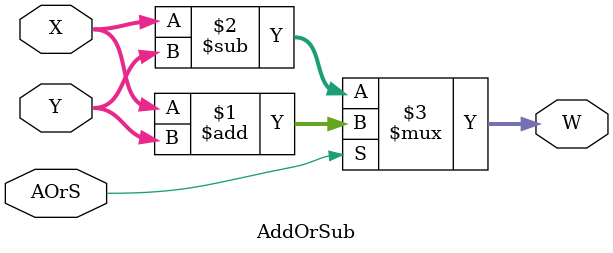
<source format=sv>
module AddOrSub(input [19:0] X, Y, input AOrS, output [19:0] W);
    assign W = AOrS ? X + Y : X - Y;
endmodule
</source>
